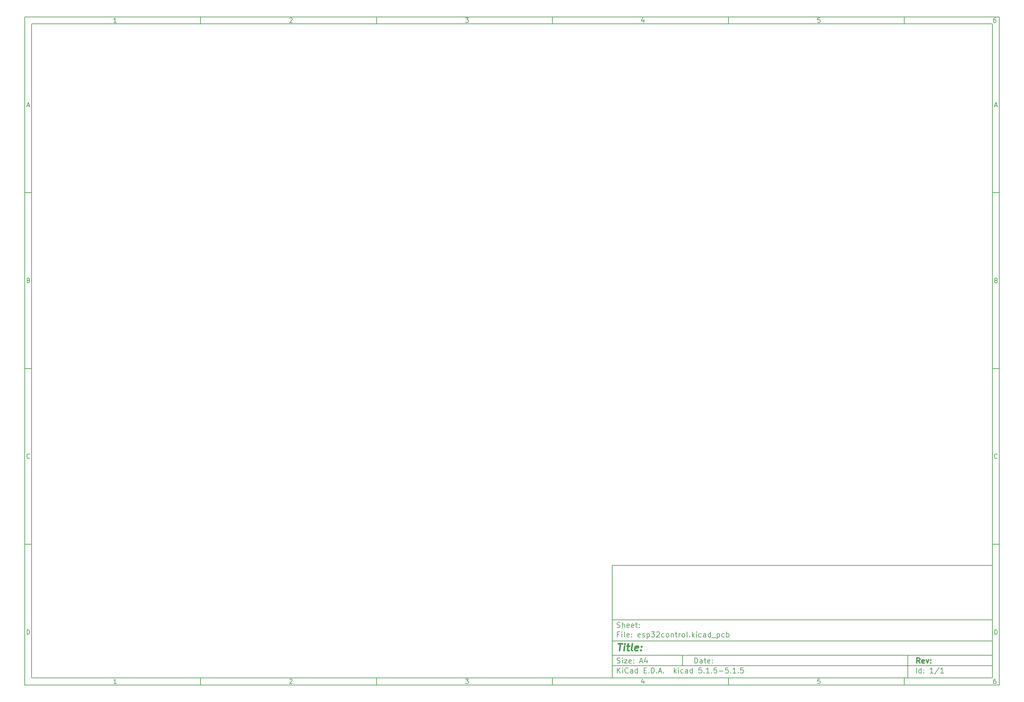
<source format=gbp>
G04 #@! TF.GenerationSoftware,KiCad,Pcbnew,5.1.5-5.1.5*
G04 #@! TF.CreationDate,2020-03-30T20:46:44+02:00*
G04 #@! TF.ProjectId,esp32control,65737033-3263-46f6-9e74-726f6c2e6b69,rev?*
G04 #@! TF.SameCoordinates,Original*
G04 #@! TF.FileFunction,Paste,Bot*
G04 #@! TF.FilePolarity,Positive*
%FSLAX46Y46*%
G04 Gerber Fmt 4.6, Leading zero omitted, Abs format (unit mm)*
G04 Created by KiCad (PCBNEW 5.1.5-5.1.5) date 2020-03-30 20:46:44*
%MOMM*%
%LPD*%
G04 APERTURE LIST*
%ADD10C,0.200000*%
%ADD11C,0.150000*%
%ADD12C,0.300000*%
%ADD13C,0.400000*%
G04 APERTURE END LIST*
D10*
D11*
X177002200Y-166007200D02*
X177002200Y-198007200D01*
X285002200Y-198007200D01*
X285002200Y-166007200D01*
X177002200Y-166007200D01*
D10*
D11*
X10000000Y-10000000D02*
X10000000Y-200007200D01*
X287002200Y-200007200D01*
X287002200Y-10000000D01*
X10000000Y-10000000D01*
D10*
D11*
X12000000Y-12000000D02*
X12000000Y-198007200D01*
X285002200Y-198007200D01*
X285002200Y-12000000D01*
X12000000Y-12000000D01*
D10*
D11*
X60000000Y-12000000D02*
X60000000Y-10000000D01*
D10*
D11*
X110000000Y-12000000D02*
X110000000Y-10000000D01*
D10*
D11*
X160000000Y-12000000D02*
X160000000Y-10000000D01*
D10*
D11*
X210000000Y-12000000D02*
X210000000Y-10000000D01*
D10*
D11*
X260000000Y-12000000D02*
X260000000Y-10000000D01*
D10*
D11*
X36065476Y-11588095D02*
X35322619Y-11588095D01*
X35694047Y-11588095D02*
X35694047Y-10288095D01*
X35570238Y-10473809D01*
X35446428Y-10597619D01*
X35322619Y-10659523D01*
D10*
D11*
X85322619Y-10411904D02*
X85384523Y-10350000D01*
X85508333Y-10288095D01*
X85817857Y-10288095D01*
X85941666Y-10350000D01*
X86003571Y-10411904D01*
X86065476Y-10535714D01*
X86065476Y-10659523D01*
X86003571Y-10845238D01*
X85260714Y-11588095D01*
X86065476Y-11588095D01*
D10*
D11*
X135260714Y-10288095D02*
X136065476Y-10288095D01*
X135632142Y-10783333D01*
X135817857Y-10783333D01*
X135941666Y-10845238D01*
X136003571Y-10907142D01*
X136065476Y-11030952D01*
X136065476Y-11340476D01*
X136003571Y-11464285D01*
X135941666Y-11526190D01*
X135817857Y-11588095D01*
X135446428Y-11588095D01*
X135322619Y-11526190D01*
X135260714Y-11464285D01*
D10*
D11*
X185941666Y-10721428D02*
X185941666Y-11588095D01*
X185632142Y-10226190D02*
X185322619Y-11154761D01*
X186127380Y-11154761D01*
D10*
D11*
X236003571Y-10288095D02*
X235384523Y-10288095D01*
X235322619Y-10907142D01*
X235384523Y-10845238D01*
X235508333Y-10783333D01*
X235817857Y-10783333D01*
X235941666Y-10845238D01*
X236003571Y-10907142D01*
X236065476Y-11030952D01*
X236065476Y-11340476D01*
X236003571Y-11464285D01*
X235941666Y-11526190D01*
X235817857Y-11588095D01*
X235508333Y-11588095D01*
X235384523Y-11526190D01*
X235322619Y-11464285D01*
D10*
D11*
X285941666Y-10288095D02*
X285694047Y-10288095D01*
X285570238Y-10350000D01*
X285508333Y-10411904D01*
X285384523Y-10597619D01*
X285322619Y-10845238D01*
X285322619Y-11340476D01*
X285384523Y-11464285D01*
X285446428Y-11526190D01*
X285570238Y-11588095D01*
X285817857Y-11588095D01*
X285941666Y-11526190D01*
X286003571Y-11464285D01*
X286065476Y-11340476D01*
X286065476Y-11030952D01*
X286003571Y-10907142D01*
X285941666Y-10845238D01*
X285817857Y-10783333D01*
X285570238Y-10783333D01*
X285446428Y-10845238D01*
X285384523Y-10907142D01*
X285322619Y-11030952D01*
D10*
D11*
X60000000Y-198007200D02*
X60000000Y-200007200D01*
D10*
D11*
X110000000Y-198007200D02*
X110000000Y-200007200D01*
D10*
D11*
X160000000Y-198007200D02*
X160000000Y-200007200D01*
D10*
D11*
X210000000Y-198007200D02*
X210000000Y-200007200D01*
D10*
D11*
X260000000Y-198007200D02*
X260000000Y-200007200D01*
D10*
D11*
X36065476Y-199595295D02*
X35322619Y-199595295D01*
X35694047Y-199595295D02*
X35694047Y-198295295D01*
X35570238Y-198481009D01*
X35446428Y-198604819D01*
X35322619Y-198666723D01*
D10*
D11*
X85322619Y-198419104D02*
X85384523Y-198357200D01*
X85508333Y-198295295D01*
X85817857Y-198295295D01*
X85941666Y-198357200D01*
X86003571Y-198419104D01*
X86065476Y-198542914D01*
X86065476Y-198666723D01*
X86003571Y-198852438D01*
X85260714Y-199595295D01*
X86065476Y-199595295D01*
D10*
D11*
X135260714Y-198295295D02*
X136065476Y-198295295D01*
X135632142Y-198790533D01*
X135817857Y-198790533D01*
X135941666Y-198852438D01*
X136003571Y-198914342D01*
X136065476Y-199038152D01*
X136065476Y-199347676D01*
X136003571Y-199471485D01*
X135941666Y-199533390D01*
X135817857Y-199595295D01*
X135446428Y-199595295D01*
X135322619Y-199533390D01*
X135260714Y-199471485D01*
D10*
D11*
X185941666Y-198728628D02*
X185941666Y-199595295D01*
X185632142Y-198233390D02*
X185322619Y-199161961D01*
X186127380Y-199161961D01*
D10*
D11*
X236003571Y-198295295D02*
X235384523Y-198295295D01*
X235322619Y-198914342D01*
X235384523Y-198852438D01*
X235508333Y-198790533D01*
X235817857Y-198790533D01*
X235941666Y-198852438D01*
X236003571Y-198914342D01*
X236065476Y-199038152D01*
X236065476Y-199347676D01*
X236003571Y-199471485D01*
X235941666Y-199533390D01*
X235817857Y-199595295D01*
X235508333Y-199595295D01*
X235384523Y-199533390D01*
X235322619Y-199471485D01*
D10*
D11*
X285941666Y-198295295D02*
X285694047Y-198295295D01*
X285570238Y-198357200D01*
X285508333Y-198419104D01*
X285384523Y-198604819D01*
X285322619Y-198852438D01*
X285322619Y-199347676D01*
X285384523Y-199471485D01*
X285446428Y-199533390D01*
X285570238Y-199595295D01*
X285817857Y-199595295D01*
X285941666Y-199533390D01*
X286003571Y-199471485D01*
X286065476Y-199347676D01*
X286065476Y-199038152D01*
X286003571Y-198914342D01*
X285941666Y-198852438D01*
X285817857Y-198790533D01*
X285570238Y-198790533D01*
X285446428Y-198852438D01*
X285384523Y-198914342D01*
X285322619Y-199038152D01*
D10*
D11*
X10000000Y-60000000D02*
X12000000Y-60000000D01*
D10*
D11*
X10000000Y-110000000D02*
X12000000Y-110000000D01*
D10*
D11*
X10000000Y-160000000D02*
X12000000Y-160000000D01*
D10*
D11*
X10690476Y-35216666D02*
X11309523Y-35216666D01*
X10566666Y-35588095D02*
X11000000Y-34288095D01*
X11433333Y-35588095D01*
D10*
D11*
X11092857Y-84907142D02*
X11278571Y-84969047D01*
X11340476Y-85030952D01*
X11402380Y-85154761D01*
X11402380Y-85340476D01*
X11340476Y-85464285D01*
X11278571Y-85526190D01*
X11154761Y-85588095D01*
X10659523Y-85588095D01*
X10659523Y-84288095D01*
X11092857Y-84288095D01*
X11216666Y-84350000D01*
X11278571Y-84411904D01*
X11340476Y-84535714D01*
X11340476Y-84659523D01*
X11278571Y-84783333D01*
X11216666Y-84845238D01*
X11092857Y-84907142D01*
X10659523Y-84907142D01*
D10*
D11*
X11402380Y-135464285D02*
X11340476Y-135526190D01*
X11154761Y-135588095D01*
X11030952Y-135588095D01*
X10845238Y-135526190D01*
X10721428Y-135402380D01*
X10659523Y-135278571D01*
X10597619Y-135030952D01*
X10597619Y-134845238D01*
X10659523Y-134597619D01*
X10721428Y-134473809D01*
X10845238Y-134350000D01*
X11030952Y-134288095D01*
X11154761Y-134288095D01*
X11340476Y-134350000D01*
X11402380Y-134411904D01*
D10*
D11*
X10659523Y-185588095D02*
X10659523Y-184288095D01*
X10969047Y-184288095D01*
X11154761Y-184350000D01*
X11278571Y-184473809D01*
X11340476Y-184597619D01*
X11402380Y-184845238D01*
X11402380Y-185030952D01*
X11340476Y-185278571D01*
X11278571Y-185402380D01*
X11154761Y-185526190D01*
X10969047Y-185588095D01*
X10659523Y-185588095D01*
D10*
D11*
X287002200Y-60000000D02*
X285002200Y-60000000D01*
D10*
D11*
X287002200Y-110000000D02*
X285002200Y-110000000D01*
D10*
D11*
X287002200Y-160000000D02*
X285002200Y-160000000D01*
D10*
D11*
X285692676Y-35216666D02*
X286311723Y-35216666D01*
X285568866Y-35588095D02*
X286002200Y-34288095D01*
X286435533Y-35588095D01*
D10*
D11*
X286095057Y-84907142D02*
X286280771Y-84969047D01*
X286342676Y-85030952D01*
X286404580Y-85154761D01*
X286404580Y-85340476D01*
X286342676Y-85464285D01*
X286280771Y-85526190D01*
X286156961Y-85588095D01*
X285661723Y-85588095D01*
X285661723Y-84288095D01*
X286095057Y-84288095D01*
X286218866Y-84350000D01*
X286280771Y-84411904D01*
X286342676Y-84535714D01*
X286342676Y-84659523D01*
X286280771Y-84783333D01*
X286218866Y-84845238D01*
X286095057Y-84907142D01*
X285661723Y-84907142D01*
D10*
D11*
X286404580Y-135464285D02*
X286342676Y-135526190D01*
X286156961Y-135588095D01*
X286033152Y-135588095D01*
X285847438Y-135526190D01*
X285723628Y-135402380D01*
X285661723Y-135278571D01*
X285599819Y-135030952D01*
X285599819Y-134845238D01*
X285661723Y-134597619D01*
X285723628Y-134473809D01*
X285847438Y-134350000D01*
X286033152Y-134288095D01*
X286156961Y-134288095D01*
X286342676Y-134350000D01*
X286404580Y-134411904D01*
D10*
D11*
X285661723Y-185588095D02*
X285661723Y-184288095D01*
X285971247Y-184288095D01*
X286156961Y-184350000D01*
X286280771Y-184473809D01*
X286342676Y-184597619D01*
X286404580Y-184845238D01*
X286404580Y-185030952D01*
X286342676Y-185278571D01*
X286280771Y-185402380D01*
X286156961Y-185526190D01*
X285971247Y-185588095D01*
X285661723Y-185588095D01*
D10*
D11*
X200434342Y-193785771D02*
X200434342Y-192285771D01*
X200791485Y-192285771D01*
X201005771Y-192357200D01*
X201148628Y-192500057D01*
X201220057Y-192642914D01*
X201291485Y-192928628D01*
X201291485Y-193142914D01*
X201220057Y-193428628D01*
X201148628Y-193571485D01*
X201005771Y-193714342D01*
X200791485Y-193785771D01*
X200434342Y-193785771D01*
X202577200Y-193785771D02*
X202577200Y-193000057D01*
X202505771Y-192857200D01*
X202362914Y-192785771D01*
X202077200Y-192785771D01*
X201934342Y-192857200D01*
X202577200Y-193714342D02*
X202434342Y-193785771D01*
X202077200Y-193785771D01*
X201934342Y-193714342D01*
X201862914Y-193571485D01*
X201862914Y-193428628D01*
X201934342Y-193285771D01*
X202077200Y-193214342D01*
X202434342Y-193214342D01*
X202577200Y-193142914D01*
X203077200Y-192785771D02*
X203648628Y-192785771D01*
X203291485Y-192285771D02*
X203291485Y-193571485D01*
X203362914Y-193714342D01*
X203505771Y-193785771D01*
X203648628Y-193785771D01*
X204720057Y-193714342D02*
X204577200Y-193785771D01*
X204291485Y-193785771D01*
X204148628Y-193714342D01*
X204077200Y-193571485D01*
X204077200Y-193000057D01*
X204148628Y-192857200D01*
X204291485Y-192785771D01*
X204577200Y-192785771D01*
X204720057Y-192857200D01*
X204791485Y-193000057D01*
X204791485Y-193142914D01*
X204077200Y-193285771D01*
X205434342Y-193642914D02*
X205505771Y-193714342D01*
X205434342Y-193785771D01*
X205362914Y-193714342D01*
X205434342Y-193642914D01*
X205434342Y-193785771D01*
X205434342Y-192857200D02*
X205505771Y-192928628D01*
X205434342Y-193000057D01*
X205362914Y-192928628D01*
X205434342Y-192857200D01*
X205434342Y-193000057D01*
D10*
D11*
X177002200Y-194507200D02*
X285002200Y-194507200D01*
D10*
D11*
X178434342Y-196585771D02*
X178434342Y-195085771D01*
X179291485Y-196585771D02*
X178648628Y-195728628D01*
X179291485Y-195085771D02*
X178434342Y-195942914D01*
X179934342Y-196585771D02*
X179934342Y-195585771D01*
X179934342Y-195085771D02*
X179862914Y-195157200D01*
X179934342Y-195228628D01*
X180005771Y-195157200D01*
X179934342Y-195085771D01*
X179934342Y-195228628D01*
X181505771Y-196442914D02*
X181434342Y-196514342D01*
X181220057Y-196585771D01*
X181077200Y-196585771D01*
X180862914Y-196514342D01*
X180720057Y-196371485D01*
X180648628Y-196228628D01*
X180577200Y-195942914D01*
X180577200Y-195728628D01*
X180648628Y-195442914D01*
X180720057Y-195300057D01*
X180862914Y-195157200D01*
X181077200Y-195085771D01*
X181220057Y-195085771D01*
X181434342Y-195157200D01*
X181505771Y-195228628D01*
X182791485Y-196585771D02*
X182791485Y-195800057D01*
X182720057Y-195657200D01*
X182577200Y-195585771D01*
X182291485Y-195585771D01*
X182148628Y-195657200D01*
X182791485Y-196514342D02*
X182648628Y-196585771D01*
X182291485Y-196585771D01*
X182148628Y-196514342D01*
X182077200Y-196371485D01*
X182077200Y-196228628D01*
X182148628Y-196085771D01*
X182291485Y-196014342D01*
X182648628Y-196014342D01*
X182791485Y-195942914D01*
X184148628Y-196585771D02*
X184148628Y-195085771D01*
X184148628Y-196514342D02*
X184005771Y-196585771D01*
X183720057Y-196585771D01*
X183577200Y-196514342D01*
X183505771Y-196442914D01*
X183434342Y-196300057D01*
X183434342Y-195871485D01*
X183505771Y-195728628D01*
X183577200Y-195657200D01*
X183720057Y-195585771D01*
X184005771Y-195585771D01*
X184148628Y-195657200D01*
X186005771Y-195800057D02*
X186505771Y-195800057D01*
X186720057Y-196585771D02*
X186005771Y-196585771D01*
X186005771Y-195085771D01*
X186720057Y-195085771D01*
X187362914Y-196442914D02*
X187434342Y-196514342D01*
X187362914Y-196585771D01*
X187291485Y-196514342D01*
X187362914Y-196442914D01*
X187362914Y-196585771D01*
X188077200Y-196585771D02*
X188077200Y-195085771D01*
X188434342Y-195085771D01*
X188648628Y-195157200D01*
X188791485Y-195300057D01*
X188862914Y-195442914D01*
X188934342Y-195728628D01*
X188934342Y-195942914D01*
X188862914Y-196228628D01*
X188791485Y-196371485D01*
X188648628Y-196514342D01*
X188434342Y-196585771D01*
X188077200Y-196585771D01*
X189577200Y-196442914D02*
X189648628Y-196514342D01*
X189577200Y-196585771D01*
X189505771Y-196514342D01*
X189577200Y-196442914D01*
X189577200Y-196585771D01*
X190220057Y-196157200D02*
X190934342Y-196157200D01*
X190077200Y-196585771D02*
X190577200Y-195085771D01*
X191077200Y-196585771D01*
X191577200Y-196442914D02*
X191648628Y-196514342D01*
X191577200Y-196585771D01*
X191505771Y-196514342D01*
X191577200Y-196442914D01*
X191577200Y-196585771D01*
X194577200Y-196585771D02*
X194577200Y-195085771D01*
X194720057Y-196014342D02*
X195148628Y-196585771D01*
X195148628Y-195585771D02*
X194577200Y-196157200D01*
X195791485Y-196585771D02*
X195791485Y-195585771D01*
X195791485Y-195085771D02*
X195720057Y-195157200D01*
X195791485Y-195228628D01*
X195862914Y-195157200D01*
X195791485Y-195085771D01*
X195791485Y-195228628D01*
X197148628Y-196514342D02*
X197005771Y-196585771D01*
X196720057Y-196585771D01*
X196577200Y-196514342D01*
X196505771Y-196442914D01*
X196434342Y-196300057D01*
X196434342Y-195871485D01*
X196505771Y-195728628D01*
X196577200Y-195657200D01*
X196720057Y-195585771D01*
X197005771Y-195585771D01*
X197148628Y-195657200D01*
X198434342Y-196585771D02*
X198434342Y-195800057D01*
X198362914Y-195657200D01*
X198220057Y-195585771D01*
X197934342Y-195585771D01*
X197791485Y-195657200D01*
X198434342Y-196514342D02*
X198291485Y-196585771D01*
X197934342Y-196585771D01*
X197791485Y-196514342D01*
X197720057Y-196371485D01*
X197720057Y-196228628D01*
X197791485Y-196085771D01*
X197934342Y-196014342D01*
X198291485Y-196014342D01*
X198434342Y-195942914D01*
X199791485Y-196585771D02*
X199791485Y-195085771D01*
X199791485Y-196514342D02*
X199648628Y-196585771D01*
X199362914Y-196585771D01*
X199220057Y-196514342D01*
X199148628Y-196442914D01*
X199077200Y-196300057D01*
X199077200Y-195871485D01*
X199148628Y-195728628D01*
X199220057Y-195657200D01*
X199362914Y-195585771D01*
X199648628Y-195585771D01*
X199791485Y-195657200D01*
X202362914Y-195085771D02*
X201648628Y-195085771D01*
X201577200Y-195800057D01*
X201648628Y-195728628D01*
X201791485Y-195657200D01*
X202148628Y-195657200D01*
X202291485Y-195728628D01*
X202362914Y-195800057D01*
X202434342Y-195942914D01*
X202434342Y-196300057D01*
X202362914Y-196442914D01*
X202291485Y-196514342D01*
X202148628Y-196585771D01*
X201791485Y-196585771D01*
X201648628Y-196514342D01*
X201577200Y-196442914D01*
X203077200Y-196442914D02*
X203148628Y-196514342D01*
X203077200Y-196585771D01*
X203005771Y-196514342D01*
X203077200Y-196442914D01*
X203077200Y-196585771D01*
X204577200Y-196585771D02*
X203720057Y-196585771D01*
X204148628Y-196585771D02*
X204148628Y-195085771D01*
X204005771Y-195300057D01*
X203862914Y-195442914D01*
X203720057Y-195514342D01*
X205220057Y-196442914D02*
X205291485Y-196514342D01*
X205220057Y-196585771D01*
X205148628Y-196514342D01*
X205220057Y-196442914D01*
X205220057Y-196585771D01*
X206648628Y-195085771D02*
X205934342Y-195085771D01*
X205862914Y-195800057D01*
X205934342Y-195728628D01*
X206077200Y-195657200D01*
X206434342Y-195657200D01*
X206577200Y-195728628D01*
X206648628Y-195800057D01*
X206720057Y-195942914D01*
X206720057Y-196300057D01*
X206648628Y-196442914D01*
X206577200Y-196514342D01*
X206434342Y-196585771D01*
X206077200Y-196585771D01*
X205934342Y-196514342D01*
X205862914Y-196442914D01*
X207362914Y-196014342D02*
X208505771Y-196014342D01*
X209934342Y-195085771D02*
X209220057Y-195085771D01*
X209148628Y-195800057D01*
X209220057Y-195728628D01*
X209362914Y-195657200D01*
X209720057Y-195657200D01*
X209862914Y-195728628D01*
X209934342Y-195800057D01*
X210005771Y-195942914D01*
X210005771Y-196300057D01*
X209934342Y-196442914D01*
X209862914Y-196514342D01*
X209720057Y-196585771D01*
X209362914Y-196585771D01*
X209220057Y-196514342D01*
X209148628Y-196442914D01*
X210648628Y-196442914D02*
X210720057Y-196514342D01*
X210648628Y-196585771D01*
X210577200Y-196514342D01*
X210648628Y-196442914D01*
X210648628Y-196585771D01*
X212148628Y-196585771D02*
X211291485Y-196585771D01*
X211720057Y-196585771D02*
X211720057Y-195085771D01*
X211577200Y-195300057D01*
X211434342Y-195442914D01*
X211291485Y-195514342D01*
X212791485Y-196442914D02*
X212862914Y-196514342D01*
X212791485Y-196585771D01*
X212720057Y-196514342D01*
X212791485Y-196442914D01*
X212791485Y-196585771D01*
X214220057Y-195085771D02*
X213505771Y-195085771D01*
X213434342Y-195800057D01*
X213505771Y-195728628D01*
X213648628Y-195657200D01*
X214005771Y-195657200D01*
X214148628Y-195728628D01*
X214220057Y-195800057D01*
X214291485Y-195942914D01*
X214291485Y-196300057D01*
X214220057Y-196442914D01*
X214148628Y-196514342D01*
X214005771Y-196585771D01*
X213648628Y-196585771D01*
X213505771Y-196514342D01*
X213434342Y-196442914D01*
D10*
D11*
X177002200Y-191507200D02*
X285002200Y-191507200D01*
D10*
D12*
X264411485Y-193785771D02*
X263911485Y-193071485D01*
X263554342Y-193785771D02*
X263554342Y-192285771D01*
X264125771Y-192285771D01*
X264268628Y-192357200D01*
X264340057Y-192428628D01*
X264411485Y-192571485D01*
X264411485Y-192785771D01*
X264340057Y-192928628D01*
X264268628Y-193000057D01*
X264125771Y-193071485D01*
X263554342Y-193071485D01*
X265625771Y-193714342D02*
X265482914Y-193785771D01*
X265197200Y-193785771D01*
X265054342Y-193714342D01*
X264982914Y-193571485D01*
X264982914Y-193000057D01*
X265054342Y-192857200D01*
X265197200Y-192785771D01*
X265482914Y-192785771D01*
X265625771Y-192857200D01*
X265697200Y-193000057D01*
X265697200Y-193142914D01*
X264982914Y-193285771D01*
X266197200Y-192785771D02*
X266554342Y-193785771D01*
X266911485Y-192785771D01*
X267482914Y-193642914D02*
X267554342Y-193714342D01*
X267482914Y-193785771D01*
X267411485Y-193714342D01*
X267482914Y-193642914D01*
X267482914Y-193785771D01*
X267482914Y-192857200D02*
X267554342Y-192928628D01*
X267482914Y-193000057D01*
X267411485Y-192928628D01*
X267482914Y-192857200D01*
X267482914Y-193000057D01*
D10*
D11*
X178362914Y-193714342D02*
X178577200Y-193785771D01*
X178934342Y-193785771D01*
X179077200Y-193714342D01*
X179148628Y-193642914D01*
X179220057Y-193500057D01*
X179220057Y-193357200D01*
X179148628Y-193214342D01*
X179077200Y-193142914D01*
X178934342Y-193071485D01*
X178648628Y-193000057D01*
X178505771Y-192928628D01*
X178434342Y-192857200D01*
X178362914Y-192714342D01*
X178362914Y-192571485D01*
X178434342Y-192428628D01*
X178505771Y-192357200D01*
X178648628Y-192285771D01*
X179005771Y-192285771D01*
X179220057Y-192357200D01*
X179862914Y-193785771D02*
X179862914Y-192785771D01*
X179862914Y-192285771D02*
X179791485Y-192357200D01*
X179862914Y-192428628D01*
X179934342Y-192357200D01*
X179862914Y-192285771D01*
X179862914Y-192428628D01*
X180434342Y-192785771D02*
X181220057Y-192785771D01*
X180434342Y-193785771D01*
X181220057Y-193785771D01*
X182362914Y-193714342D02*
X182220057Y-193785771D01*
X181934342Y-193785771D01*
X181791485Y-193714342D01*
X181720057Y-193571485D01*
X181720057Y-193000057D01*
X181791485Y-192857200D01*
X181934342Y-192785771D01*
X182220057Y-192785771D01*
X182362914Y-192857200D01*
X182434342Y-193000057D01*
X182434342Y-193142914D01*
X181720057Y-193285771D01*
X183077200Y-193642914D02*
X183148628Y-193714342D01*
X183077200Y-193785771D01*
X183005771Y-193714342D01*
X183077200Y-193642914D01*
X183077200Y-193785771D01*
X183077200Y-192857200D02*
X183148628Y-192928628D01*
X183077200Y-193000057D01*
X183005771Y-192928628D01*
X183077200Y-192857200D01*
X183077200Y-193000057D01*
X184862914Y-193357200D02*
X185577200Y-193357200D01*
X184720057Y-193785771D02*
X185220057Y-192285771D01*
X185720057Y-193785771D01*
X186862914Y-192785771D02*
X186862914Y-193785771D01*
X186505771Y-192214342D02*
X186148628Y-193285771D01*
X187077200Y-193285771D01*
D10*
D11*
X263434342Y-196585771D02*
X263434342Y-195085771D01*
X264791485Y-196585771D02*
X264791485Y-195085771D01*
X264791485Y-196514342D02*
X264648628Y-196585771D01*
X264362914Y-196585771D01*
X264220057Y-196514342D01*
X264148628Y-196442914D01*
X264077200Y-196300057D01*
X264077200Y-195871485D01*
X264148628Y-195728628D01*
X264220057Y-195657200D01*
X264362914Y-195585771D01*
X264648628Y-195585771D01*
X264791485Y-195657200D01*
X265505771Y-196442914D02*
X265577200Y-196514342D01*
X265505771Y-196585771D01*
X265434342Y-196514342D01*
X265505771Y-196442914D01*
X265505771Y-196585771D01*
X265505771Y-195657200D02*
X265577200Y-195728628D01*
X265505771Y-195800057D01*
X265434342Y-195728628D01*
X265505771Y-195657200D01*
X265505771Y-195800057D01*
X268148628Y-196585771D02*
X267291485Y-196585771D01*
X267720057Y-196585771D02*
X267720057Y-195085771D01*
X267577200Y-195300057D01*
X267434342Y-195442914D01*
X267291485Y-195514342D01*
X269862914Y-195014342D02*
X268577200Y-196942914D01*
X271148628Y-196585771D02*
X270291485Y-196585771D01*
X270720057Y-196585771D02*
X270720057Y-195085771D01*
X270577200Y-195300057D01*
X270434342Y-195442914D01*
X270291485Y-195514342D01*
D10*
D11*
X177002200Y-187507200D02*
X285002200Y-187507200D01*
D10*
D13*
X178714580Y-188211961D02*
X179857438Y-188211961D01*
X179036009Y-190211961D02*
X179286009Y-188211961D01*
X180274104Y-190211961D02*
X180440771Y-188878628D01*
X180524104Y-188211961D02*
X180416961Y-188307200D01*
X180500295Y-188402438D01*
X180607438Y-188307200D01*
X180524104Y-188211961D01*
X180500295Y-188402438D01*
X181107438Y-188878628D02*
X181869342Y-188878628D01*
X181476485Y-188211961D02*
X181262200Y-189926247D01*
X181333628Y-190116723D01*
X181512200Y-190211961D01*
X181702676Y-190211961D01*
X182655057Y-190211961D02*
X182476485Y-190116723D01*
X182405057Y-189926247D01*
X182619342Y-188211961D01*
X184190771Y-190116723D02*
X183988390Y-190211961D01*
X183607438Y-190211961D01*
X183428866Y-190116723D01*
X183357438Y-189926247D01*
X183452676Y-189164342D01*
X183571723Y-188973866D01*
X183774104Y-188878628D01*
X184155057Y-188878628D01*
X184333628Y-188973866D01*
X184405057Y-189164342D01*
X184381247Y-189354819D01*
X183405057Y-189545295D01*
X185155057Y-190021485D02*
X185238390Y-190116723D01*
X185131247Y-190211961D01*
X185047914Y-190116723D01*
X185155057Y-190021485D01*
X185131247Y-190211961D01*
X185286009Y-188973866D02*
X185369342Y-189069104D01*
X185262200Y-189164342D01*
X185178866Y-189069104D01*
X185286009Y-188973866D01*
X185262200Y-189164342D01*
D10*
D11*
X178934342Y-185600057D02*
X178434342Y-185600057D01*
X178434342Y-186385771D02*
X178434342Y-184885771D01*
X179148628Y-184885771D01*
X179720057Y-186385771D02*
X179720057Y-185385771D01*
X179720057Y-184885771D02*
X179648628Y-184957200D01*
X179720057Y-185028628D01*
X179791485Y-184957200D01*
X179720057Y-184885771D01*
X179720057Y-185028628D01*
X180648628Y-186385771D02*
X180505771Y-186314342D01*
X180434342Y-186171485D01*
X180434342Y-184885771D01*
X181791485Y-186314342D02*
X181648628Y-186385771D01*
X181362914Y-186385771D01*
X181220057Y-186314342D01*
X181148628Y-186171485D01*
X181148628Y-185600057D01*
X181220057Y-185457200D01*
X181362914Y-185385771D01*
X181648628Y-185385771D01*
X181791485Y-185457200D01*
X181862914Y-185600057D01*
X181862914Y-185742914D01*
X181148628Y-185885771D01*
X182505771Y-186242914D02*
X182577200Y-186314342D01*
X182505771Y-186385771D01*
X182434342Y-186314342D01*
X182505771Y-186242914D01*
X182505771Y-186385771D01*
X182505771Y-185457200D02*
X182577200Y-185528628D01*
X182505771Y-185600057D01*
X182434342Y-185528628D01*
X182505771Y-185457200D01*
X182505771Y-185600057D01*
X184934342Y-186314342D02*
X184791485Y-186385771D01*
X184505771Y-186385771D01*
X184362914Y-186314342D01*
X184291485Y-186171485D01*
X184291485Y-185600057D01*
X184362914Y-185457200D01*
X184505771Y-185385771D01*
X184791485Y-185385771D01*
X184934342Y-185457200D01*
X185005771Y-185600057D01*
X185005771Y-185742914D01*
X184291485Y-185885771D01*
X185577200Y-186314342D02*
X185720057Y-186385771D01*
X186005771Y-186385771D01*
X186148628Y-186314342D01*
X186220057Y-186171485D01*
X186220057Y-186100057D01*
X186148628Y-185957200D01*
X186005771Y-185885771D01*
X185791485Y-185885771D01*
X185648628Y-185814342D01*
X185577200Y-185671485D01*
X185577200Y-185600057D01*
X185648628Y-185457200D01*
X185791485Y-185385771D01*
X186005771Y-185385771D01*
X186148628Y-185457200D01*
X186862914Y-185385771D02*
X186862914Y-186885771D01*
X186862914Y-185457200D02*
X187005771Y-185385771D01*
X187291485Y-185385771D01*
X187434342Y-185457200D01*
X187505771Y-185528628D01*
X187577200Y-185671485D01*
X187577200Y-186100057D01*
X187505771Y-186242914D01*
X187434342Y-186314342D01*
X187291485Y-186385771D01*
X187005771Y-186385771D01*
X186862914Y-186314342D01*
X188077200Y-184885771D02*
X189005771Y-184885771D01*
X188505771Y-185457200D01*
X188720057Y-185457200D01*
X188862914Y-185528628D01*
X188934342Y-185600057D01*
X189005771Y-185742914D01*
X189005771Y-186100057D01*
X188934342Y-186242914D01*
X188862914Y-186314342D01*
X188720057Y-186385771D01*
X188291485Y-186385771D01*
X188148628Y-186314342D01*
X188077200Y-186242914D01*
X189577200Y-185028628D02*
X189648628Y-184957200D01*
X189791485Y-184885771D01*
X190148628Y-184885771D01*
X190291485Y-184957200D01*
X190362914Y-185028628D01*
X190434342Y-185171485D01*
X190434342Y-185314342D01*
X190362914Y-185528628D01*
X189505771Y-186385771D01*
X190434342Y-186385771D01*
X191720057Y-186314342D02*
X191577200Y-186385771D01*
X191291485Y-186385771D01*
X191148628Y-186314342D01*
X191077200Y-186242914D01*
X191005771Y-186100057D01*
X191005771Y-185671485D01*
X191077200Y-185528628D01*
X191148628Y-185457200D01*
X191291485Y-185385771D01*
X191577200Y-185385771D01*
X191720057Y-185457200D01*
X192577200Y-186385771D02*
X192434342Y-186314342D01*
X192362914Y-186242914D01*
X192291485Y-186100057D01*
X192291485Y-185671485D01*
X192362914Y-185528628D01*
X192434342Y-185457200D01*
X192577200Y-185385771D01*
X192791485Y-185385771D01*
X192934342Y-185457200D01*
X193005771Y-185528628D01*
X193077200Y-185671485D01*
X193077200Y-186100057D01*
X193005771Y-186242914D01*
X192934342Y-186314342D01*
X192791485Y-186385771D01*
X192577200Y-186385771D01*
X193720057Y-185385771D02*
X193720057Y-186385771D01*
X193720057Y-185528628D02*
X193791485Y-185457200D01*
X193934342Y-185385771D01*
X194148628Y-185385771D01*
X194291485Y-185457200D01*
X194362914Y-185600057D01*
X194362914Y-186385771D01*
X194862914Y-185385771D02*
X195434342Y-185385771D01*
X195077200Y-184885771D02*
X195077200Y-186171485D01*
X195148628Y-186314342D01*
X195291485Y-186385771D01*
X195434342Y-186385771D01*
X195934342Y-186385771D02*
X195934342Y-185385771D01*
X195934342Y-185671485D02*
X196005771Y-185528628D01*
X196077200Y-185457200D01*
X196220057Y-185385771D01*
X196362914Y-185385771D01*
X197077200Y-186385771D02*
X196934342Y-186314342D01*
X196862914Y-186242914D01*
X196791485Y-186100057D01*
X196791485Y-185671485D01*
X196862914Y-185528628D01*
X196934342Y-185457200D01*
X197077200Y-185385771D01*
X197291485Y-185385771D01*
X197434342Y-185457200D01*
X197505771Y-185528628D01*
X197577200Y-185671485D01*
X197577200Y-186100057D01*
X197505771Y-186242914D01*
X197434342Y-186314342D01*
X197291485Y-186385771D01*
X197077200Y-186385771D01*
X198434342Y-186385771D02*
X198291485Y-186314342D01*
X198220057Y-186171485D01*
X198220057Y-184885771D01*
X199005771Y-186242914D02*
X199077200Y-186314342D01*
X199005771Y-186385771D01*
X198934342Y-186314342D01*
X199005771Y-186242914D01*
X199005771Y-186385771D01*
X199720057Y-186385771D02*
X199720057Y-184885771D01*
X199862914Y-185814342D02*
X200291485Y-186385771D01*
X200291485Y-185385771D02*
X199720057Y-185957200D01*
X200934342Y-186385771D02*
X200934342Y-185385771D01*
X200934342Y-184885771D02*
X200862914Y-184957200D01*
X200934342Y-185028628D01*
X201005771Y-184957200D01*
X200934342Y-184885771D01*
X200934342Y-185028628D01*
X202291485Y-186314342D02*
X202148628Y-186385771D01*
X201862914Y-186385771D01*
X201720057Y-186314342D01*
X201648628Y-186242914D01*
X201577200Y-186100057D01*
X201577200Y-185671485D01*
X201648628Y-185528628D01*
X201720057Y-185457200D01*
X201862914Y-185385771D01*
X202148628Y-185385771D01*
X202291485Y-185457200D01*
X203577200Y-186385771D02*
X203577200Y-185600057D01*
X203505771Y-185457200D01*
X203362914Y-185385771D01*
X203077200Y-185385771D01*
X202934342Y-185457200D01*
X203577200Y-186314342D02*
X203434342Y-186385771D01*
X203077200Y-186385771D01*
X202934342Y-186314342D01*
X202862914Y-186171485D01*
X202862914Y-186028628D01*
X202934342Y-185885771D01*
X203077200Y-185814342D01*
X203434342Y-185814342D01*
X203577200Y-185742914D01*
X204934342Y-186385771D02*
X204934342Y-184885771D01*
X204934342Y-186314342D02*
X204791485Y-186385771D01*
X204505771Y-186385771D01*
X204362914Y-186314342D01*
X204291485Y-186242914D01*
X204220057Y-186100057D01*
X204220057Y-185671485D01*
X204291485Y-185528628D01*
X204362914Y-185457200D01*
X204505771Y-185385771D01*
X204791485Y-185385771D01*
X204934342Y-185457200D01*
X205291485Y-186528628D02*
X206434342Y-186528628D01*
X206791485Y-185385771D02*
X206791485Y-186885771D01*
X206791485Y-185457200D02*
X206934342Y-185385771D01*
X207220057Y-185385771D01*
X207362914Y-185457200D01*
X207434342Y-185528628D01*
X207505771Y-185671485D01*
X207505771Y-186100057D01*
X207434342Y-186242914D01*
X207362914Y-186314342D01*
X207220057Y-186385771D01*
X206934342Y-186385771D01*
X206791485Y-186314342D01*
X208791485Y-186314342D02*
X208648628Y-186385771D01*
X208362914Y-186385771D01*
X208220057Y-186314342D01*
X208148628Y-186242914D01*
X208077200Y-186100057D01*
X208077200Y-185671485D01*
X208148628Y-185528628D01*
X208220057Y-185457200D01*
X208362914Y-185385771D01*
X208648628Y-185385771D01*
X208791485Y-185457200D01*
X209434342Y-186385771D02*
X209434342Y-184885771D01*
X209434342Y-185457200D02*
X209577200Y-185385771D01*
X209862914Y-185385771D01*
X210005771Y-185457200D01*
X210077200Y-185528628D01*
X210148628Y-185671485D01*
X210148628Y-186100057D01*
X210077200Y-186242914D01*
X210005771Y-186314342D01*
X209862914Y-186385771D01*
X209577200Y-186385771D01*
X209434342Y-186314342D01*
D10*
D11*
X177002200Y-181507200D02*
X285002200Y-181507200D01*
D10*
D11*
X178362914Y-183614342D02*
X178577200Y-183685771D01*
X178934342Y-183685771D01*
X179077200Y-183614342D01*
X179148628Y-183542914D01*
X179220057Y-183400057D01*
X179220057Y-183257200D01*
X179148628Y-183114342D01*
X179077200Y-183042914D01*
X178934342Y-182971485D01*
X178648628Y-182900057D01*
X178505771Y-182828628D01*
X178434342Y-182757200D01*
X178362914Y-182614342D01*
X178362914Y-182471485D01*
X178434342Y-182328628D01*
X178505771Y-182257200D01*
X178648628Y-182185771D01*
X179005771Y-182185771D01*
X179220057Y-182257200D01*
X179862914Y-183685771D02*
X179862914Y-182185771D01*
X180505771Y-183685771D02*
X180505771Y-182900057D01*
X180434342Y-182757200D01*
X180291485Y-182685771D01*
X180077200Y-182685771D01*
X179934342Y-182757200D01*
X179862914Y-182828628D01*
X181791485Y-183614342D02*
X181648628Y-183685771D01*
X181362914Y-183685771D01*
X181220057Y-183614342D01*
X181148628Y-183471485D01*
X181148628Y-182900057D01*
X181220057Y-182757200D01*
X181362914Y-182685771D01*
X181648628Y-182685771D01*
X181791485Y-182757200D01*
X181862914Y-182900057D01*
X181862914Y-183042914D01*
X181148628Y-183185771D01*
X183077200Y-183614342D02*
X182934342Y-183685771D01*
X182648628Y-183685771D01*
X182505771Y-183614342D01*
X182434342Y-183471485D01*
X182434342Y-182900057D01*
X182505771Y-182757200D01*
X182648628Y-182685771D01*
X182934342Y-182685771D01*
X183077200Y-182757200D01*
X183148628Y-182900057D01*
X183148628Y-183042914D01*
X182434342Y-183185771D01*
X183577200Y-182685771D02*
X184148628Y-182685771D01*
X183791485Y-182185771D02*
X183791485Y-183471485D01*
X183862914Y-183614342D01*
X184005771Y-183685771D01*
X184148628Y-183685771D01*
X184648628Y-183542914D02*
X184720057Y-183614342D01*
X184648628Y-183685771D01*
X184577200Y-183614342D01*
X184648628Y-183542914D01*
X184648628Y-183685771D01*
X184648628Y-182757200D02*
X184720057Y-182828628D01*
X184648628Y-182900057D01*
X184577200Y-182828628D01*
X184648628Y-182757200D01*
X184648628Y-182900057D01*
D10*
D11*
X197002200Y-191507200D02*
X197002200Y-194507200D01*
D10*
D11*
X261002200Y-191507200D02*
X261002200Y-198007200D01*
M02*

</source>
